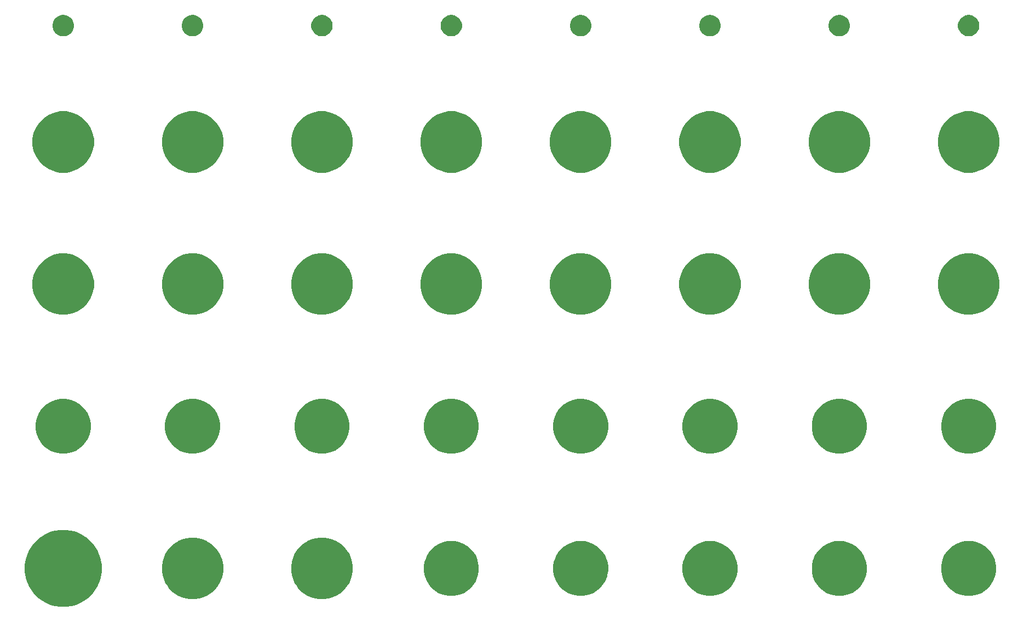
<source format=gbr>
G04 #@! TF.GenerationSoftware,KiCad,Pcbnew,5.0.2+dfsg1-1~bpo9+1*
G04 #@! TF.CreationDate,2019-09-09T21:32:31+02:00*
G04 #@! TF.ProjectId,frontpanel,66726f6e-7470-4616-9e65-6c2e6b696361,rev?*
G04 #@! TF.SameCoordinates,Original*
G04 #@! TF.FileFunction,Soldermask,Top*
G04 #@! TF.FilePolarity,Negative*
%FSLAX46Y46*%
G04 Gerber Fmt 4.6, Leading zero omitted, Abs format (unit mm)*
G04 Created by KiCad (PCBNEW 5.0.2+dfsg1-1~bpo9+1) date Mon 09 Sep 2019 09:32:31 PM CEST*
%MOMM*%
%LPD*%
G01*
G04 APERTURE LIST*
%ADD10C,0.100000*%
G04 APERTURE END LIST*
D10*
G36*
X82323840Y-123321693D02*
X82323842Y-123321694D01*
X82323843Y-123321694D01*
X82723906Y-123487406D01*
X83406856Y-123770293D01*
X84381544Y-124421559D01*
X85210441Y-125250456D01*
X85861707Y-126225144D01*
X86310307Y-127308160D01*
X86539000Y-128457876D01*
X86539000Y-129630124D01*
X86310307Y-130779840D01*
X85861707Y-131862856D01*
X85210441Y-132837544D01*
X84381544Y-133666441D01*
X83406856Y-134317707D01*
X82723906Y-134600594D01*
X82323843Y-134766306D01*
X82323842Y-134766306D01*
X82323840Y-134766307D01*
X81174124Y-134995000D01*
X80001876Y-134995000D01*
X78852160Y-134766307D01*
X78852158Y-134766306D01*
X78852157Y-134766306D01*
X78452094Y-134600594D01*
X77769144Y-134317707D01*
X76794456Y-133666441D01*
X75965559Y-132837544D01*
X75314293Y-131862856D01*
X74865693Y-130779840D01*
X74637000Y-129630124D01*
X74637000Y-128457876D01*
X74865693Y-127308160D01*
X75314293Y-126225144D01*
X75965559Y-125250456D01*
X76794456Y-124421559D01*
X77769144Y-123770293D01*
X78452094Y-123487406D01*
X78852157Y-123321694D01*
X78852158Y-123321694D01*
X78852160Y-123321693D01*
X80001876Y-123093000D01*
X81174124Y-123093000D01*
X82323840Y-123321693D01*
X82323840Y-123321693D01*
G37*
G36*
X121514874Y-124384289D02*
X121973816Y-124475578D01*
X122838442Y-124833718D01*
X123021993Y-124956363D01*
X123616589Y-125353659D01*
X124278341Y-126015411D01*
X124278343Y-126015414D01*
X124798282Y-126793558D01*
X125156422Y-127658184D01*
X125247711Y-128117126D01*
X125339000Y-128576066D01*
X125339000Y-129511934D01*
X125156422Y-130429816D01*
X124798282Y-131294442D01*
X124491312Y-131753855D01*
X124278341Y-132072589D01*
X123616589Y-132734341D01*
X123616586Y-132734343D01*
X122838442Y-133254282D01*
X121973816Y-133612422D01*
X121514874Y-133703711D01*
X121055934Y-133795000D01*
X120120066Y-133795000D01*
X119661126Y-133703711D01*
X119202184Y-133612422D01*
X118337558Y-133254282D01*
X117559414Y-132734343D01*
X117559411Y-132734341D01*
X116897659Y-132072589D01*
X116684688Y-131753855D01*
X116377718Y-131294442D01*
X116019578Y-130429816D01*
X115928289Y-129970874D01*
X115837000Y-129511934D01*
X115837000Y-128576066D01*
X115928289Y-128117126D01*
X116019578Y-127658184D01*
X116377718Y-126793558D01*
X116897657Y-126015414D01*
X116897659Y-126015411D01*
X117559411Y-125353659D01*
X118154007Y-124956363D01*
X118337558Y-124833718D01*
X119202184Y-124475578D01*
X119661126Y-124384289D01*
X120120066Y-124293000D01*
X121055934Y-124293000D01*
X121514874Y-124384289D01*
X121514874Y-124384289D01*
G37*
G36*
X101514874Y-124384289D02*
X101973816Y-124475578D01*
X102838442Y-124833718D01*
X103021993Y-124956363D01*
X103616589Y-125353659D01*
X104278341Y-126015411D01*
X104278343Y-126015414D01*
X104798282Y-126793558D01*
X105156422Y-127658184D01*
X105247711Y-128117126D01*
X105339000Y-128576066D01*
X105339000Y-129511934D01*
X105247711Y-129970874D01*
X105156422Y-130429816D01*
X104798282Y-131294442D01*
X104491312Y-131753855D01*
X104278341Y-132072589D01*
X103616589Y-132734341D01*
X103616586Y-132734343D01*
X102838442Y-133254282D01*
X101973816Y-133612422D01*
X101514874Y-133703711D01*
X101055934Y-133795000D01*
X100120066Y-133795000D01*
X99661126Y-133703711D01*
X99202184Y-133612422D01*
X98337558Y-133254282D01*
X97559414Y-132734343D01*
X97559411Y-132734341D01*
X96897659Y-132072589D01*
X96684688Y-131753855D01*
X96377718Y-131294442D01*
X96019578Y-130429816D01*
X95928289Y-129970874D01*
X95837000Y-129511934D01*
X95837000Y-128576066D01*
X95928289Y-128117126D01*
X96019578Y-127658184D01*
X96377718Y-126793558D01*
X96897657Y-126015414D01*
X96897659Y-126015411D01*
X97559411Y-125353659D01*
X98154007Y-124956363D01*
X98337558Y-124833718D01*
X99202184Y-124475578D01*
X99661126Y-124384289D01*
X100120066Y-124293000D01*
X101055934Y-124293000D01*
X101514874Y-124384289D01*
X101514874Y-124384289D01*
G37*
G36*
X161211391Y-124833718D02*
X161827971Y-124956363D01*
X162601604Y-125276812D01*
X163295501Y-125740460D01*
X163297858Y-125742035D01*
X163889965Y-126334142D01*
X163889967Y-126334145D01*
X164355188Y-127030396D01*
X164615226Y-127658184D01*
X164675637Y-127804030D01*
X164839000Y-128625312D01*
X164839000Y-129462688D01*
X164829204Y-129511934D01*
X164675637Y-130283971D01*
X164355188Y-131057604D01*
X163891540Y-131751501D01*
X163889965Y-131753858D01*
X163297858Y-132345965D01*
X163297855Y-132345967D01*
X162601604Y-132811188D01*
X161827971Y-133131637D01*
X161417329Y-133213318D01*
X161006688Y-133295000D01*
X160169312Y-133295000D01*
X159758671Y-133213318D01*
X159348029Y-133131637D01*
X158574396Y-132811188D01*
X157878145Y-132345967D01*
X157878142Y-132345965D01*
X157286035Y-131753858D01*
X157284460Y-131751501D01*
X156820812Y-131057604D01*
X156500363Y-130283971D01*
X156346796Y-129511934D01*
X156337000Y-129462688D01*
X156337000Y-128625312D01*
X156500363Y-127804030D01*
X156560774Y-127658184D01*
X156820812Y-127030396D01*
X157286033Y-126334145D01*
X157286035Y-126334142D01*
X157878142Y-125742035D01*
X157880499Y-125740460D01*
X158574396Y-125276812D01*
X159348029Y-124956363D01*
X159964609Y-124833718D01*
X160169312Y-124793000D01*
X161006688Y-124793000D01*
X161211391Y-124833718D01*
X161211391Y-124833718D01*
G37*
G36*
X221211391Y-124833718D02*
X221827971Y-124956363D01*
X222601604Y-125276812D01*
X223295501Y-125740460D01*
X223297858Y-125742035D01*
X223889965Y-126334142D01*
X223889967Y-126334145D01*
X224355188Y-127030396D01*
X224615226Y-127658184D01*
X224675637Y-127804030D01*
X224839000Y-128625312D01*
X224839000Y-129462688D01*
X224829204Y-129511934D01*
X224675637Y-130283971D01*
X224355188Y-131057604D01*
X223891540Y-131751501D01*
X223889965Y-131753858D01*
X223297858Y-132345965D01*
X223297855Y-132345967D01*
X222601604Y-132811188D01*
X221827971Y-133131637D01*
X221417329Y-133213318D01*
X221006688Y-133295000D01*
X220169312Y-133295000D01*
X219758671Y-133213318D01*
X219348029Y-133131637D01*
X218574396Y-132811188D01*
X217878145Y-132345967D01*
X217878142Y-132345965D01*
X217286035Y-131753858D01*
X217284460Y-131751501D01*
X216820812Y-131057604D01*
X216500363Y-130283971D01*
X216346796Y-129511934D01*
X216337000Y-129462688D01*
X216337000Y-128625312D01*
X216500363Y-127804030D01*
X216560774Y-127658184D01*
X216820812Y-127030396D01*
X217286033Y-126334145D01*
X217286035Y-126334142D01*
X217878142Y-125742035D01*
X217880499Y-125740460D01*
X218574396Y-125276812D01*
X219348029Y-124956363D01*
X219964609Y-124833718D01*
X220169312Y-124793000D01*
X221006688Y-124793000D01*
X221211391Y-124833718D01*
X221211391Y-124833718D01*
G37*
G36*
X201211391Y-124833718D02*
X201827971Y-124956363D01*
X202601604Y-125276812D01*
X203295501Y-125740460D01*
X203297858Y-125742035D01*
X203889965Y-126334142D01*
X203889967Y-126334145D01*
X204355188Y-127030396D01*
X204615226Y-127658184D01*
X204675637Y-127804030D01*
X204839000Y-128625312D01*
X204839000Y-129462688D01*
X204829204Y-129511934D01*
X204675637Y-130283971D01*
X204355188Y-131057604D01*
X203891540Y-131751501D01*
X203889965Y-131753858D01*
X203297858Y-132345965D01*
X203297855Y-132345967D01*
X202601604Y-132811188D01*
X201827971Y-133131637D01*
X201417329Y-133213318D01*
X201006688Y-133295000D01*
X200169312Y-133295000D01*
X199758671Y-133213318D01*
X199348029Y-133131637D01*
X198574396Y-132811188D01*
X197878145Y-132345967D01*
X197878142Y-132345965D01*
X197286035Y-131753858D01*
X197284460Y-131751501D01*
X196820812Y-131057604D01*
X196500363Y-130283971D01*
X196346796Y-129511934D01*
X196337000Y-129462688D01*
X196337000Y-128625312D01*
X196500363Y-127804030D01*
X196560774Y-127658184D01*
X196820812Y-127030396D01*
X197286033Y-126334145D01*
X197286035Y-126334142D01*
X197878142Y-125742035D01*
X197880499Y-125740460D01*
X198574396Y-125276812D01*
X199348029Y-124956363D01*
X199964609Y-124833718D01*
X200169312Y-124793000D01*
X201006688Y-124793000D01*
X201211391Y-124833718D01*
X201211391Y-124833718D01*
G37*
G36*
X141211391Y-124833718D02*
X141827971Y-124956363D01*
X142601604Y-125276812D01*
X143295501Y-125740460D01*
X143297858Y-125742035D01*
X143889965Y-126334142D01*
X143889967Y-126334145D01*
X144355188Y-127030396D01*
X144615226Y-127658184D01*
X144675637Y-127804030D01*
X144839000Y-128625312D01*
X144839000Y-129462688D01*
X144829204Y-129511934D01*
X144675637Y-130283971D01*
X144355188Y-131057604D01*
X143891540Y-131751501D01*
X143889965Y-131753858D01*
X143297858Y-132345965D01*
X143297855Y-132345967D01*
X142601604Y-132811188D01*
X141827971Y-133131637D01*
X141417329Y-133213318D01*
X141006688Y-133295000D01*
X140169312Y-133295000D01*
X139758671Y-133213318D01*
X139348029Y-133131637D01*
X138574396Y-132811188D01*
X137878145Y-132345967D01*
X137878142Y-132345965D01*
X137286035Y-131753858D01*
X137284460Y-131751501D01*
X136820812Y-131057604D01*
X136500363Y-130283971D01*
X136346796Y-129511934D01*
X136337000Y-129462688D01*
X136337000Y-128625312D01*
X136500363Y-127804030D01*
X136560774Y-127658184D01*
X136820812Y-127030396D01*
X137286033Y-126334145D01*
X137286035Y-126334142D01*
X137878142Y-125742035D01*
X137880499Y-125740460D01*
X138574396Y-125276812D01*
X139348029Y-124956363D01*
X139964609Y-124833718D01*
X140169312Y-124793000D01*
X141006688Y-124793000D01*
X141211391Y-124833718D01*
X141211391Y-124833718D01*
G37*
G36*
X181211391Y-124833718D02*
X181827971Y-124956363D01*
X182601604Y-125276812D01*
X183295501Y-125740460D01*
X183297858Y-125742035D01*
X183889965Y-126334142D01*
X183889967Y-126334145D01*
X184355188Y-127030396D01*
X184615226Y-127658184D01*
X184675637Y-127804030D01*
X184839000Y-128625312D01*
X184839000Y-129462688D01*
X184829204Y-129511934D01*
X184675637Y-130283971D01*
X184355188Y-131057604D01*
X183891540Y-131751501D01*
X183889965Y-131753858D01*
X183297858Y-132345965D01*
X183297855Y-132345967D01*
X182601604Y-132811188D01*
X181827971Y-133131637D01*
X181417329Y-133213318D01*
X181006688Y-133295000D01*
X180169312Y-133295000D01*
X179758671Y-133213318D01*
X179348029Y-133131637D01*
X178574396Y-132811188D01*
X177878145Y-132345967D01*
X177878142Y-132345965D01*
X177286035Y-131753858D01*
X177284460Y-131751501D01*
X176820812Y-131057604D01*
X176500363Y-130283971D01*
X176346796Y-129511934D01*
X176337000Y-129462688D01*
X176337000Y-128625312D01*
X176500363Y-127804030D01*
X176560774Y-127658184D01*
X176820812Y-127030396D01*
X177286033Y-126334145D01*
X177286035Y-126334142D01*
X177878142Y-125742035D01*
X177880499Y-125740460D01*
X178574396Y-125276812D01*
X179348029Y-124956363D01*
X179964609Y-124833718D01*
X180169312Y-124793000D01*
X181006688Y-124793000D01*
X181211391Y-124833718D01*
X181211391Y-124833718D01*
G37*
G36*
X181417329Y-102874681D02*
X181827971Y-102956363D01*
X182601604Y-103276812D01*
X183295501Y-103740460D01*
X183297858Y-103742035D01*
X183889965Y-104334142D01*
X183889967Y-104334145D01*
X184355188Y-105030396D01*
X184675637Y-105804029D01*
X184839000Y-106625313D01*
X184839000Y-107462687D01*
X184675637Y-108283971D01*
X184355188Y-109057604D01*
X183891540Y-109751501D01*
X183889965Y-109753858D01*
X183297858Y-110345965D01*
X183297855Y-110345967D01*
X182601604Y-110811188D01*
X181827971Y-111131637D01*
X181417329Y-111213318D01*
X181006688Y-111295000D01*
X180169312Y-111295000D01*
X179758671Y-111213318D01*
X179348029Y-111131637D01*
X178574396Y-110811188D01*
X177878145Y-110345967D01*
X177878142Y-110345965D01*
X177286035Y-109753858D01*
X177284460Y-109751501D01*
X176820812Y-109057604D01*
X176500363Y-108283971D01*
X176337000Y-107462687D01*
X176337000Y-106625313D01*
X176500363Y-105804029D01*
X176820812Y-105030396D01*
X177286033Y-104334145D01*
X177286035Y-104334142D01*
X177878142Y-103742035D01*
X177880499Y-103740460D01*
X178574396Y-103276812D01*
X179348029Y-102956363D01*
X179758671Y-102874682D01*
X180169312Y-102793000D01*
X181006688Y-102793000D01*
X181417329Y-102874681D01*
X181417329Y-102874681D01*
G37*
G36*
X101417329Y-102874681D02*
X101827971Y-102956363D01*
X102601604Y-103276812D01*
X103295501Y-103740460D01*
X103297858Y-103742035D01*
X103889965Y-104334142D01*
X103889967Y-104334145D01*
X104355188Y-105030396D01*
X104675637Y-105804029D01*
X104839000Y-106625313D01*
X104839000Y-107462687D01*
X104675637Y-108283971D01*
X104355188Y-109057604D01*
X103891540Y-109751501D01*
X103889965Y-109753858D01*
X103297858Y-110345965D01*
X103297855Y-110345967D01*
X102601604Y-110811188D01*
X101827971Y-111131637D01*
X101417329Y-111213318D01*
X101006688Y-111295000D01*
X100169312Y-111295000D01*
X99758671Y-111213318D01*
X99348029Y-111131637D01*
X98574396Y-110811188D01*
X97878145Y-110345967D01*
X97878142Y-110345965D01*
X97286035Y-109753858D01*
X97284460Y-109751501D01*
X96820812Y-109057604D01*
X96500363Y-108283971D01*
X96337000Y-107462687D01*
X96337000Y-106625313D01*
X96500363Y-105804029D01*
X96820812Y-105030396D01*
X97286033Y-104334145D01*
X97286035Y-104334142D01*
X97878142Y-103742035D01*
X97880499Y-103740460D01*
X98574396Y-103276812D01*
X99348029Y-102956363D01*
X99758671Y-102874682D01*
X100169312Y-102793000D01*
X101006688Y-102793000D01*
X101417329Y-102874681D01*
X101417329Y-102874681D01*
G37*
G36*
X121417329Y-102874681D02*
X121827971Y-102956363D01*
X122601604Y-103276812D01*
X123295501Y-103740460D01*
X123297858Y-103742035D01*
X123889965Y-104334142D01*
X123889967Y-104334145D01*
X124355188Y-105030396D01*
X124675637Y-105804029D01*
X124839000Y-106625313D01*
X124839000Y-107462687D01*
X124675637Y-108283971D01*
X124355188Y-109057604D01*
X123891540Y-109751501D01*
X123889965Y-109753858D01*
X123297858Y-110345965D01*
X123297855Y-110345967D01*
X122601604Y-110811188D01*
X121827971Y-111131637D01*
X121417329Y-111213318D01*
X121006688Y-111295000D01*
X120169312Y-111295000D01*
X119758671Y-111213318D01*
X119348029Y-111131637D01*
X118574396Y-110811188D01*
X117878145Y-110345967D01*
X117878142Y-110345965D01*
X117286035Y-109753858D01*
X117284460Y-109751501D01*
X116820812Y-109057604D01*
X116500363Y-108283971D01*
X116337000Y-107462687D01*
X116337000Y-106625313D01*
X116500363Y-105804029D01*
X116820812Y-105030396D01*
X117286033Y-104334145D01*
X117286035Y-104334142D01*
X117878142Y-103742035D01*
X117880499Y-103740460D01*
X118574396Y-103276812D01*
X119348029Y-102956363D01*
X119758671Y-102874682D01*
X120169312Y-102793000D01*
X121006688Y-102793000D01*
X121417329Y-102874681D01*
X121417329Y-102874681D01*
G37*
G36*
X141417329Y-102874681D02*
X141827971Y-102956363D01*
X142601604Y-103276812D01*
X143295501Y-103740460D01*
X143297858Y-103742035D01*
X143889965Y-104334142D01*
X143889967Y-104334145D01*
X144355188Y-105030396D01*
X144675637Y-105804029D01*
X144839000Y-106625313D01*
X144839000Y-107462687D01*
X144675637Y-108283971D01*
X144355188Y-109057604D01*
X143891540Y-109751501D01*
X143889965Y-109753858D01*
X143297858Y-110345965D01*
X143297855Y-110345967D01*
X142601604Y-110811188D01*
X141827971Y-111131637D01*
X141417329Y-111213318D01*
X141006688Y-111295000D01*
X140169312Y-111295000D01*
X139758671Y-111213318D01*
X139348029Y-111131637D01*
X138574396Y-110811188D01*
X137878145Y-110345967D01*
X137878142Y-110345965D01*
X137286035Y-109753858D01*
X137284460Y-109751501D01*
X136820812Y-109057604D01*
X136500363Y-108283971D01*
X136337000Y-107462687D01*
X136337000Y-106625313D01*
X136500363Y-105804029D01*
X136820812Y-105030396D01*
X137286033Y-104334145D01*
X137286035Y-104334142D01*
X137878142Y-103742035D01*
X137880499Y-103740460D01*
X138574396Y-103276812D01*
X139348029Y-102956363D01*
X139758671Y-102874682D01*
X140169312Y-102793000D01*
X141006688Y-102793000D01*
X141417329Y-102874681D01*
X141417329Y-102874681D01*
G37*
G36*
X161417329Y-102874681D02*
X161827971Y-102956363D01*
X162601604Y-103276812D01*
X163295501Y-103740460D01*
X163297858Y-103742035D01*
X163889965Y-104334142D01*
X163889967Y-104334145D01*
X164355188Y-105030396D01*
X164675637Y-105804029D01*
X164839000Y-106625313D01*
X164839000Y-107462687D01*
X164675637Y-108283971D01*
X164355188Y-109057604D01*
X163891540Y-109751501D01*
X163889965Y-109753858D01*
X163297858Y-110345965D01*
X163297855Y-110345967D01*
X162601604Y-110811188D01*
X161827971Y-111131637D01*
X161417329Y-111213318D01*
X161006688Y-111295000D01*
X160169312Y-111295000D01*
X159758671Y-111213318D01*
X159348029Y-111131637D01*
X158574396Y-110811188D01*
X157878145Y-110345967D01*
X157878142Y-110345965D01*
X157286035Y-109753858D01*
X157284460Y-109751501D01*
X156820812Y-109057604D01*
X156500363Y-108283971D01*
X156337000Y-107462687D01*
X156337000Y-106625313D01*
X156500363Y-105804029D01*
X156820812Y-105030396D01*
X157286033Y-104334145D01*
X157286035Y-104334142D01*
X157878142Y-103742035D01*
X157880499Y-103740460D01*
X158574396Y-103276812D01*
X159348029Y-102956363D01*
X159758671Y-102874682D01*
X160169312Y-102793000D01*
X161006688Y-102793000D01*
X161417329Y-102874681D01*
X161417329Y-102874681D01*
G37*
G36*
X201417329Y-102874681D02*
X201827971Y-102956363D01*
X202601604Y-103276812D01*
X203295501Y-103740460D01*
X203297858Y-103742035D01*
X203889965Y-104334142D01*
X203889967Y-104334145D01*
X204355188Y-105030396D01*
X204675637Y-105804029D01*
X204839000Y-106625313D01*
X204839000Y-107462687D01*
X204675637Y-108283971D01*
X204355188Y-109057604D01*
X203891540Y-109751501D01*
X203889965Y-109753858D01*
X203297858Y-110345965D01*
X203297855Y-110345967D01*
X202601604Y-110811188D01*
X201827971Y-111131637D01*
X201417329Y-111213318D01*
X201006688Y-111295000D01*
X200169312Y-111295000D01*
X199758671Y-111213318D01*
X199348029Y-111131637D01*
X198574396Y-110811188D01*
X197878145Y-110345967D01*
X197878142Y-110345965D01*
X197286035Y-109753858D01*
X197284460Y-109751501D01*
X196820812Y-109057604D01*
X196500363Y-108283971D01*
X196337000Y-107462687D01*
X196337000Y-106625313D01*
X196500363Y-105804029D01*
X196820812Y-105030396D01*
X197286033Y-104334145D01*
X197286035Y-104334142D01*
X197878142Y-103742035D01*
X197880499Y-103740460D01*
X198574396Y-103276812D01*
X199348029Y-102956363D01*
X199758671Y-102874682D01*
X200169312Y-102793000D01*
X201006688Y-102793000D01*
X201417329Y-102874681D01*
X201417329Y-102874681D01*
G37*
G36*
X81417329Y-102874681D02*
X81827971Y-102956363D01*
X82601604Y-103276812D01*
X83295501Y-103740460D01*
X83297858Y-103742035D01*
X83889965Y-104334142D01*
X83889967Y-104334145D01*
X84355188Y-105030396D01*
X84675637Y-105804029D01*
X84839000Y-106625313D01*
X84839000Y-107462687D01*
X84675637Y-108283971D01*
X84355188Y-109057604D01*
X83891540Y-109751501D01*
X83889965Y-109753858D01*
X83297858Y-110345965D01*
X83297855Y-110345967D01*
X82601604Y-110811188D01*
X81827971Y-111131637D01*
X81417329Y-111213318D01*
X81006688Y-111295000D01*
X80169312Y-111295000D01*
X79758671Y-111213318D01*
X79348029Y-111131637D01*
X78574396Y-110811188D01*
X77878145Y-110345967D01*
X77878142Y-110345965D01*
X77286035Y-109753858D01*
X77284460Y-109751501D01*
X76820812Y-109057604D01*
X76500363Y-108283971D01*
X76337000Y-107462687D01*
X76337000Y-106625313D01*
X76500363Y-105804029D01*
X76820812Y-105030396D01*
X77286033Y-104334145D01*
X77286035Y-104334142D01*
X77878142Y-103742035D01*
X77880499Y-103740460D01*
X78574396Y-103276812D01*
X79348029Y-102956363D01*
X79758671Y-102874682D01*
X80169312Y-102793000D01*
X81006688Y-102793000D01*
X81417329Y-102874681D01*
X81417329Y-102874681D01*
G37*
G36*
X221417329Y-102874681D02*
X221827971Y-102956363D01*
X222601604Y-103276812D01*
X223295501Y-103740460D01*
X223297858Y-103742035D01*
X223889965Y-104334142D01*
X223889967Y-104334145D01*
X224355188Y-105030396D01*
X224675637Y-105804029D01*
X224839000Y-106625313D01*
X224839000Y-107462687D01*
X224675637Y-108283971D01*
X224355188Y-109057604D01*
X223891540Y-109751501D01*
X223889965Y-109753858D01*
X223297858Y-110345965D01*
X223297855Y-110345967D01*
X222601604Y-110811188D01*
X221827971Y-111131637D01*
X221417329Y-111213318D01*
X221006688Y-111295000D01*
X220169312Y-111295000D01*
X219758671Y-111213318D01*
X219348029Y-111131637D01*
X218574396Y-110811188D01*
X217878145Y-110345967D01*
X217878142Y-110345965D01*
X217286035Y-109753858D01*
X217284460Y-109751501D01*
X216820812Y-109057604D01*
X216500363Y-108283971D01*
X216337000Y-107462687D01*
X216337000Y-106625313D01*
X216500363Y-105804029D01*
X216820812Y-105030396D01*
X217286033Y-104334145D01*
X217286035Y-104334142D01*
X217878142Y-103742035D01*
X217880499Y-103740460D01*
X218574396Y-103276812D01*
X219348029Y-102956363D01*
X219758671Y-102874682D01*
X220169312Y-102793000D01*
X221006688Y-102793000D01*
X221417329Y-102874681D01*
X221417329Y-102874681D01*
G37*
G36*
X81514874Y-80384289D02*
X81973816Y-80475578D01*
X82838442Y-80833718D01*
X83611343Y-81350154D01*
X83616589Y-81353659D01*
X84278341Y-82015411D01*
X84278343Y-82015414D01*
X84798282Y-82793558D01*
X85156422Y-83658184D01*
X85339000Y-84576067D01*
X85339000Y-85511933D01*
X85156422Y-86429816D01*
X84798282Y-87294442D01*
X84281846Y-88067343D01*
X84278341Y-88072589D01*
X83616589Y-88734341D01*
X83616586Y-88734343D01*
X82838442Y-89254282D01*
X81973816Y-89612422D01*
X81055934Y-89795000D01*
X80120066Y-89795000D01*
X79202184Y-89612422D01*
X78337558Y-89254282D01*
X77559414Y-88734343D01*
X77559411Y-88734341D01*
X76897659Y-88072589D01*
X76894154Y-88067343D01*
X76377718Y-87294442D01*
X76019578Y-86429816D01*
X75837000Y-85511933D01*
X75837000Y-84576067D01*
X76019578Y-83658184D01*
X76377718Y-82793558D01*
X76897657Y-82015414D01*
X76897659Y-82015411D01*
X77559411Y-81353659D01*
X77564657Y-81350154D01*
X78337558Y-80833718D01*
X79202184Y-80475578D01*
X79661126Y-80384289D01*
X80120066Y-80293000D01*
X81055934Y-80293000D01*
X81514874Y-80384289D01*
X81514874Y-80384289D01*
G37*
G36*
X101514874Y-80384289D02*
X101973816Y-80475578D01*
X102838442Y-80833718D01*
X103611343Y-81350154D01*
X103616589Y-81353659D01*
X104278341Y-82015411D01*
X104278343Y-82015414D01*
X104798282Y-82793558D01*
X105156422Y-83658184D01*
X105339000Y-84576067D01*
X105339000Y-85511933D01*
X105156422Y-86429816D01*
X104798282Y-87294442D01*
X104281846Y-88067343D01*
X104278341Y-88072589D01*
X103616589Y-88734341D01*
X103616586Y-88734343D01*
X102838442Y-89254282D01*
X101973816Y-89612422D01*
X101055934Y-89795000D01*
X100120066Y-89795000D01*
X99202184Y-89612422D01*
X98337558Y-89254282D01*
X97559414Y-88734343D01*
X97559411Y-88734341D01*
X96897659Y-88072589D01*
X96894154Y-88067343D01*
X96377718Y-87294442D01*
X96019578Y-86429816D01*
X95837000Y-85511933D01*
X95837000Y-84576067D01*
X96019578Y-83658184D01*
X96377718Y-82793558D01*
X96897657Y-82015414D01*
X96897659Y-82015411D01*
X97559411Y-81353659D01*
X97564657Y-81350154D01*
X98337558Y-80833718D01*
X99202184Y-80475578D01*
X99661126Y-80384289D01*
X100120066Y-80293000D01*
X101055934Y-80293000D01*
X101514874Y-80384289D01*
X101514874Y-80384289D01*
G37*
G36*
X121514874Y-80384289D02*
X121973816Y-80475578D01*
X122838442Y-80833718D01*
X123611343Y-81350154D01*
X123616589Y-81353659D01*
X124278341Y-82015411D01*
X124278343Y-82015414D01*
X124798282Y-82793558D01*
X125156422Y-83658184D01*
X125339000Y-84576067D01*
X125339000Y-85511933D01*
X125156422Y-86429816D01*
X124798282Y-87294442D01*
X124281846Y-88067343D01*
X124278341Y-88072589D01*
X123616589Y-88734341D01*
X123616586Y-88734343D01*
X122838442Y-89254282D01*
X121973816Y-89612422D01*
X121055934Y-89795000D01*
X120120066Y-89795000D01*
X119202184Y-89612422D01*
X118337558Y-89254282D01*
X117559414Y-88734343D01*
X117559411Y-88734341D01*
X116897659Y-88072589D01*
X116894154Y-88067343D01*
X116377718Y-87294442D01*
X116019578Y-86429816D01*
X115837000Y-85511933D01*
X115837000Y-84576067D01*
X116019578Y-83658184D01*
X116377718Y-82793558D01*
X116897657Y-82015414D01*
X116897659Y-82015411D01*
X117559411Y-81353659D01*
X117564657Y-81350154D01*
X118337558Y-80833718D01*
X119202184Y-80475578D01*
X119661126Y-80384289D01*
X120120066Y-80293000D01*
X121055934Y-80293000D01*
X121514874Y-80384289D01*
X121514874Y-80384289D01*
G37*
G36*
X141514874Y-80384289D02*
X141973816Y-80475578D01*
X142838442Y-80833718D01*
X143611343Y-81350154D01*
X143616589Y-81353659D01*
X144278341Y-82015411D01*
X144278343Y-82015414D01*
X144798282Y-82793558D01*
X145156422Y-83658184D01*
X145339000Y-84576067D01*
X145339000Y-85511933D01*
X145156422Y-86429816D01*
X144798282Y-87294442D01*
X144281846Y-88067343D01*
X144278341Y-88072589D01*
X143616589Y-88734341D01*
X143616586Y-88734343D01*
X142838442Y-89254282D01*
X141973816Y-89612422D01*
X141055934Y-89795000D01*
X140120066Y-89795000D01*
X139202184Y-89612422D01*
X138337558Y-89254282D01*
X137559414Y-88734343D01*
X137559411Y-88734341D01*
X136897659Y-88072589D01*
X136894154Y-88067343D01*
X136377718Y-87294442D01*
X136019578Y-86429816D01*
X135837000Y-85511933D01*
X135837000Y-84576067D01*
X136019578Y-83658184D01*
X136377718Y-82793558D01*
X136897657Y-82015414D01*
X136897659Y-82015411D01*
X137559411Y-81353659D01*
X137564657Y-81350154D01*
X138337558Y-80833718D01*
X139202184Y-80475578D01*
X140120066Y-80293000D01*
X141055934Y-80293000D01*
X141514874Y-80384289D01*
X141514874Y-80384289D01*
G37*
G36*
X221514874Y-80384289D02*
X221973816Y-80475578D01*
X222838442Y-80833718D01*
X223611343Y-81350154D01*
X223616589Y-81353659D01*
X224278341Y-82015411D01*
X224278343Y-82015414D01*
X224798282Y-82793558D01*
X225156422Y-83658184D01*
X225339000Y-84576067D01*
X225339000Y-85511933D01*
X225156422Y-86429816D01*
X224798282Y-87294442D01*
X224281846Y-88067343D01*
X224278341Y-88072589D01*
X223616589Y-88734341D01*
X223616586Y-88734343D01*
X222838442Y-89254282D01*
X221973816Y-89612422D01*
X221055934Y-89795000D01*
X220120066Y-89795000D01*
X219202184Y-89612422D01*
X218337558Y-89254282D01*
X217559414Y-88734343D01*
X217559411Y-88734341D01*
X216897659Y-88072589D01*
X216894154Y-88067343D01*
X216377718Y-87294442D01*
X216019578Y-86429816D01*
X215837000Y-85511933D01*
X215837000Y-84576067D01*
X216019578Y-83658184D01*
X216377718Y-82793558D01*
X216897657Y-82015414D01*
X216897659Y-82015411D01*
X217559411Y-81353659D01*
X217564657Y-81350154D01*
X218337558Y-80833718D01*
X219202184Y-80475578D01*
X220120066Y-80293000D01*
X221055934Y-80293000D01*
X221514874Y-80384289D01*
X221514874Y-80384289D01*
G37*
G36*
X181514874Y-80384289D02*
X181973816Y-80475578D01*
X182838442Y-80833718D01*
X183611343Y-81350154D01*
X183616589Y-81353659D01*
X184278341Y-82015411D01*
X184278343Y-82015414D01*
X184798282Y-82793558D01*
X185156422Y-83658184D01*
X185339000Y-84576067D01*
X185339000Y-85511933D01*
X185156422Y-86429816D01*
X184798282Y-87294442D01*
X184281846Y-88067343D01*
X184278341Y-88072589D01*
X183616589Y-88734341D01*
X183616586Y-88734343D01*
X182838442Y-89254282D01*
X181973816Y-89612422D01*
X181055934Y-89795000D01*
X180120066Y-89795000D01*
X179202184Y-89612422D01*
X178337558Y-89254282D01*
X177559414Y-88734343D01*
X177559411Y-88734341D01*
X176897659Y-88072589D01*
X176894154Y-88067343D01*
X176377718Y-87294442D01*
X176019578Y-86429816D01*
X175837000Y-85511933D01*
X175837000Y-84576067D01*
X176019578Y-83658184D01*
X176377718Y-82793558D01*
X176897657Y-82015414D01*
X176897659Y-82015411D01*
X177559411Y-81353659D01*
X177564657Y-81350154D01*
X178337558Y-80833718D01*
X179202184Y-80475578D01*
X180120066Y-80293000D01*
X181055934Y-80293000D01*
X181514874Y-80384289D01*
X181514874Y-80384289D01*
G37*
G36*
X161514874Y-80384289D02*
X161973816Y-80475578D01*
X162838442Y-80833718D01*
X163611343Y-81350154D01*
X163616589Y-81353659D01*
X164278341Y-82015411D01*
X164278343Y-82015414D01*
X164798282Y-82793558D01*
X165156422Y-83658184D01*
X165339000Y-84576067D01*
X165339000Y-85511933D01*
X165156422Y-86429816D01*
X164798282Y-87294442D01*
X164281846Y-88067343D01*
X164278341Y-88072589D01*
X163616589Y-88734341D01*
X163616586Y-88734343D01*
X162838442Y-89254282D01*
X161973816Y-89612422D01*
X161055934Y-89795000D01*
X160120066Y-89795000D01*
X159202184Y-89612422D01*
X158337558Y-89254282D01*
X157559414Y-88734343D01*
X157559411Y-88734341D01*
X156897659Y-88072589D01*
X156894154Y-88067343D01*
X156377718Y-87294442D01*
X156019578Y-86429816D01*
X155837000Y-85511933D01*
X155837000Y-84576067D01*
X156019578Y-83658184D01*
X156377718Y-82793558D01*
X156897657Y-82015414D01*
X156897659Y-82015411D01*
X157559411Y-81353659D01*
X157564657Y-81350154D01*
X158337558Y-80833718D01*
X159202184Y-80475578D01*
X160120066Y-80293000D01*
X161055934Y-80293000D01*
X161514874Y-80384289D01*
X161514874Y-80384289D01*
G37*
G36*
X201514874Y-80384289D02*
X201973816Y-80475578D01*
X202838442Y-80833718D01*
X203611343Y-81350154D01*
X203616589Y-81353659D01*
X204278341Y-82015411D01*
X204278343Y-82015414D01*
X204798282Y-82793558D01*
X205156422Y-83658184D01*
X205339000Y-84576067D01*
X205339000Y-85511933D01*
X205156422Y-86429816D01*
X204798282Y-87294442D01*
X204281846Y-88067343D01*
X204278341Y-88072589D01*
X203616589Y-88734341D01*
X203616586Y-88734343D01*
X202838442Y-89254282D01*
X201973816Y-89612422D01*
X201055934Y-89795000D01*
X200120066Y-89795000D01*
X199202184Y-89612422D01*
X198337558Y-89254282D01*
X197559414Y-88734343D01*
X197559411Y-88734341D01*
X196897659Y-88072589D01*
X196894154Y-88067343D01*
X196377718Y-87294442D01*
X196019578Y-86429816D01*
X195837000Y-85511933D01*
X195837000Y-84576067D01*
X196019578Y-83658184D01*
X196377718Y-82793558D01*
X196897657Y-82015414D01*
X196897659Y-82015411D01*
X197559411Y-81353659D01*
X197564657Y-81350154D01*
X198337558Y-80833718D01*
X199202184Y-80475578D01*
X200120066Y-80293000D01*
X201055934Y-80293000D01*
X201514874Y-80384289D01*
X201514874Y-80384289D01*
G37*
G36*
X201973816Y-58475578D02*
X202838442Y-58833718D01*
X203611343Y-59350154D01*
X203616589Y-59353659D01*
X204278341Y-60015411D01*
X204278343Y-60015414D01*
X204798282Y-60793558D01*
X205156422Y-61658184D01*
X205339000Y-62576067D01*
X205339000Y-63511933D01*
X205156422Y-64429816D01*
X204798282Y-65294442D01*
X204281846Y-66067343D01*
X204278341Y-66072589D01*
X203616589Y-66734341D01*
X203616586Y-66734343D01*
X202838442Y-67254282D01*
X201973816Y-67612422D01*
X201514874Y-67703711D01*
X201055934Y-67795000D01*
X200120066Y-67795000D01*
X199661126Y-67703711D01*
X199202184Y-67612422D01*
X198337558Y-67254282D01*
X197559414Y-66734343D01*
X197559411Y-66734341D01*
X196897659Y-66072589D01*
X196894154Y-66067343D01*
X196377718Y-65294442D01*
X196019578Y-64429816D01*
X195837000Y-63511933D01*
X195837000Y-62576067D01*
X196019578Y-61658184D01*
X196377718Y-60793558D01*
X196897657Y-60015414D01*
X196897659Y-60015411D01*
X197559411Y-59353659D01*
X197564657Y-59350154D01*
X198337558Y-58833718D01*
X199202184Y-58475578D01*
X200120066Y-58293000D01*
X201055934Y-58293000D01*
X201973816Y-58475578D01*
X201973816Y-58475578D01*
G37*
G36*
X221973816Y-58475578D02*
X222838442Y-58833718D01*
X223611343Y-59350154D01*
X223616589Y-59353659D01*
X224278341Y-60015411D01*
X224278343Y-60015414D01*
X224798282Y-60793558D01*
X225156422Y-61658184D01*
X225339000Y-62576067D01*
X225339000Y-63511933D01*
X225156422Y-64429816D01*
X224798282Y-65294442D01*
X224281846Y-66067343D01*
X224278341Y-66072589D01*
X223616589Y-66734341D01*
X223616586Y-66734343D01*
X222838442Y-67254282D01*
X221973816Y-67612422D01*
X221514874Y-67703711D01*
X221055934Y-67795000D01*
X220120066Y-67795000D01*
X219661126Y-67703711D01*
X219202184Y-67612422D01*
X218337558Y-67254282D01*
X217559414Y-66734343D01*
X217559411Y-66734341D01*
X216897659Y-66072589D01*
X216894154Y-66067343D01*
X216377718Y-65294442D01*
X216019578Y-64429816D01*
X215837000Y-63511933D01*
X215837000Y-62576067D01*
X216019578Y-61658184D01*
X216377718Y-60793558D01*
X216897657Y-60015414D01*
X216897659Y-60015411D01*
X217559411Y-59353659D01*
X217564657Y-59350154D01*
X218337558Y-58833718D01*
X219202184Y-58475578D01*
X220120066Y-58293000D01*
X221055934Y-58293000D01*
X221973816Y-58475578D01*
X221973816Y-58475578D01*
G37*
G36*
X181973816Y-58475578D02*
X182838442Y-58833718D01*
X183611343Y-59350154D01*
X183616589Y-59353659D01*
X184278341Y-60015411D01*
X184278343Y-60015414D01*
X184798282Y-60793558D01*
X185156422Y-61658184D01*
X185339000Y-62576067D01*
X185339000Y-63511933D01*
X185156422Y-64429816D01*
X184798282Y-65294442D01*
X184281846Y-66067343D01*
X184278341Y-66072589D01*
X183616589Y-66734341D01*
X183616586Y-66734343D01*
X182838442Y-67254282D01*
X181973816Y-67612422D01*
X181514874Y-67703711D01*
X181055934Y-67795000D01*
X180120066Y-67795000D01*
X179661126Y-67703711D01*
X179202184Y-67612422D01*
X178337558Y-67254282D01*
X177559414Y-66734343D01*
X177559411Y-66734341D01*
X176897659Y-66072589D01*
X176894154Y-66067343D01*
X176377718Y-65294442D01*
X176019578Y-64429816D01*
X175837000Y-63511933D01*
X175837000Y-62576067D01*
X176019578Y-61658184D01*
X176377718Y-60793558D01*
X176897657Y-60015414D01*
X176897659Y-60015411D01*
X177559411Y-59353659D01*
X177564657Y-59350154D01*
X178337558Y-58833718D01*
X179202184Y-58475578D01*
X180120066Y-58293000D01*
X181055934Y-58293000D01*
X181973816Y-58475578D01*
X181973816Y-58475578D01*
G37*
G36*
X161973816Y-58475578D02*
X162838442Y-58833718D01*
X163611343Y-59350154D01*
X163616589Y-59353659D01*
X164278341Y-60015411D01*
X164278343Y-60015414D01*
X164798282Y-60793558D01*
X165156422Y-61658184D01*
X165339000Y-62576067D01*
X165339000Y-63511933D01*
X165156422Y-64429816D01*
X164798282Y-65294442D01*
X164281846Y-66067343D01*
X164278341Y-66072589D01*
X163616589Y-66734341D01*
X163616586Y-66734343D01*
X162838442Y-67254282D01*
X161973816Y-67612422D01*
X161514874Y-67703711D01*
X161055934Y-67795000D01*
X160120066Y-67795000D01*
X159661126Y-67703711D01*
X159202184Y-67612422D01*
X158337558Y-67254282D01*
X157559414Y-66734343D01*
X157559411Y-66734341D01*
X156897659Y-66072589D01*
X156894154Y-66067343D01*
X156377718Y-65294442D01*
X156019578Y-64429816D01*
X155837000Y-63511933D01*
X155837000Y-62576067D01*
X156019578Y-61658184D01*
X156377718Y-60793558D01*
X156897657Y-60015414D01*
X156897659Y-60015411D01*
X157559411Y-59353659D01*
X157564657Y-59350154D01*
X158337558Y-58833718D01*
X159202184Y-58475578D01*
X160120066Y-58293000D01*
X161055934Y-58293000D01*
X161973816Y-58475578D01*
X161973816Y-58475578D01*
G37*
G36*
X141973816Y-58475578D02*
X142838442Y-58833718D01*
X143611343Y-59350154D01*
X143616589Y-59353659D01*
X144278341Y-60015411D01*
X144278343Y-60015414D01*
X144798282Y-60793558D01*
X145156422Y-61658184D01*
X145339000Y-62576067D01*
X145339000Y-63511933D01*
X145156422Y-64429816D01*
X144798282Y-65294442D01*
X144281846Y-66067343D01*
X144278341Y-66072589D01*
X143616589Y-66734341D01*
X143616586Y-66734343D01*
X142838442Y-67254282D01*
X141973816Y-67612422D01*
X141514874Y-67703711D01*
X141055934Y-67795000D01*
X140120066Y-67795000D01*
X139661126Y-67703711D01*
X139202184Y-67612422D01*
X138337558Y-67254282D01*
X137559414Y-66734343D01*
X137559411Y-66734341D01*
X136897659Y-66072589D01*
X136894154Y-66067343D01*
X136377718Y-65294442D01*
X136019578Y-64429816D01*
X135837000Y-63511933D01*
X135837000Y-62576067D01*
X136019578Y-61658184D01*
X136377718Y-60793558D01*
X136897657Y-60015414D01*
X136897659Y-60015411D01*
X137559411Y-59353659D01*
X137564657Y-59350154D01*
X138337558Y-58833718D01*
X139202184Y-58475578D01*
X140120066Y-58293000D01*
X141055934Y-58293000D01*
X141973816Y-58475578D01*
X141973816Y-58475578D01*
G37*
G36*
X101973816Y-58475578D02*
X102838442Y-58833718D01*
X103611343Y-59350154D01*
X103616589Y-59353659D01*
X104278341Y-60015411D01*
X104278343Y-60015414D01*
X104798282Y-60793558D01*
X105156422Y-61658184D01*
X105339000Y-62576067D01*
X105339000Y-63511933D01*
X105156422Y-64429816D01*
X104798282Y-65294442D01*
X104281846Y-66067343D01*
X104278341Y-66072589D01*
X103616589Y-66734341D01*
X103616586Y-66734343D01*
X102838442Y-67254282D01*
X101973816Y-67612422D01*
X101514874Y-67703711D01*
X101055934Y-67795000D01*
X100120066Y-67795000D01*
X99661126Y-67703711D01*
X99202184Y-67612422D01*
X98337558Y-67254282D01*
X97559414Y-66734343D01*
X97559411Y-66734341D01*
X96897659Y-66072589D01*
X96894154Y-66067343D01*
X96377718Y-65294442D01*
X96019578Y-64429816D01*
X95837000Y-63511933D01*
X95837000Y-62576067D01*
X96019578Y-61658184D01*
X96377718Y-60793558D01*
X96897657Y-60015414D01*
X96897659Y-60015411D01*
X97559411Y-59353659D01*
X97564657Y-59350154D01*
X98337558Y-58833718D01*
X99202184Y-58475578D01*
X100120066Y-58293000D01*
X101055934Y-58293000D01*
X101973816Y-58475578D01*
X101973816Y-58475578D01*
G37*
G36*
X81973816Y-58475578D02*
X82838442Y-58833718D01*
X83611343Y-59350154D01*
X83616589Y-59353659D01*
X84278341Y-60015411D01*
X84278343Y-60015414D01*
X84798282Y-60793558D01*
X85156422Y-61658184D01*
X85339000Y-62576067D01*
X85339000Y-63511933D01*
X85156422Y-64429816D01*
X84798282Y-65294442D01*
X84281846Y-66067343D01*
X84278341Y-66072589D01*
X83616589Y-66734341D01*
X83616586Y-66734343D01*
X82838442Y-67254282D01*
X81973816Y-67612422D01*
X81514874Y-67703711D01*
X81055934Y-67795000D01*
X80120066Y-67795000D01*
X79661126Y-67703711D01*
X79202184Y-67612422D01*
X78337558Y-67254282D01*
X77559414Y-66734343D01*
X77559411Y-66734341D01*
X76897659Y-66072589D01*
X76894154Y-66067343D01*
X76377718Y-65294442D01*
X76019578Y-64429816D01*
X75837000Y-63511933D01*
X75837000Y-62576067D01*
X76019578Y-61658184D01*
X76377718Y-60793558D01*
X76897657Y-60015414D01*
X76897659Y-60015411D01*
X77559411Y-59353659D01*
X77564657Y-59350154D01*
X78337558Y-58833718D01*
X79202184Y-58475578D01*
X80120066Y-58293000D01*
X81055934Y-58293000D01*
X81973816Y-58475578D01*
X81973816Y-58475578D01*
G37*
G36*
X121973816Y-58475578D02*
X122838442Y-58833718D01*
X123611343Y-59350154D01*
X123616589Y-59353659D01*
X124278341Y-60015411D01*
X124278343Y-60015414D01*
X124798282Y-60793558D01*
X125156422Y-61658184D01*
X125339000Y-62576067D01*
X125339000Y-63511933D01*
X125156422Y-64429816D01*
X124798282Y-65294442D01*
X124281846Y-66067343D01*
X124278341Y-66072589D01*
X123616589Y-66734341D01*
X123616586Y-66734343D01*
X122838442Y-67254282D01*
X121973816Y-67612422D01*
X121514874Y-67703711D01*
X121055934Y-67795000D01*
X120120066Y-67795000D01*
X119661126Y-67703711D01*
X119202184Y-67612422D01*
X118337558Y-67254282D01*
X117559414Y-66734343D01*
X117559411Y-66734341D01*
X116897659Y-66072589D01*
X116894154Y-66067343D01*
X116377718Y-65294442D01*
X116019578Y-64429816D01*
X115837000Y-63511933D01*
X115837000Y-62576067D01*
X116019578Y-61658184D01*
X116377718Y-60793558D01*
X116897657Y-60015414D01*
X116897659Y-60015411D01*
X117559411Y-59353659D01*
X117564657Y-59350154D01*
X118337558Y-58833718D01*
X119202184Y-58475578D01*
X120120066Y-58293000D01*
X121055934Y-58293000D01*
X121973816Y-58475578D01*
X121973816Y-58475578D01*
G37*
G36*
X220963256Y-43435298D02*
X221069579Y-43456447D01*
X221370042Y-43580903D01*
X221636852Y-43759180D01*
X221640454Y-43761587D01*
X221870413Y-43991546D01*
X222051098Y-44261960D01*
X222175553Y-44562422D01*
X222239000Y-44881389D01*
X222239000Y-45206611D01*
X222175553Y-45525578D01*
X222051098Y-45826040D01*
X221870413Y-46096454D01*
X221640454Y-46326413D01*
X221640451Y-46326415D01*
X221370042Y-46507097D01*
X221069579Y-46631553D01*
X220963256Y-46652702D01*
X220750611Y-46695000D01*
X220425389Y-46695000D01*
X220212744Y-46652702D01*
X220106421Y-46631553D01*
X219805958Y-46507097D01*
X219535549Y-46326415D01*
X219535546Y-46326413D01*
X219305587Y-46096454D01*
X219124902Y-45826040D01*
X219000447Y-45525578D01*
X218937000Y-45206611D01*
X218937000Y-44881389D01*
X219000447Y-44562422D01*
X219124902Y-44261960D01*
X219305587Y-43991546D01*
X219535546Y-43761587D01*
X219539148Y-43759180D01*
X219805958Y-43580903D01*
X220106421Y-43456447D01*
X220212744Y-43435298D01*
X220425389Y-43393000D01*
X220750611Y-43393000D01*
X220963256Y-43435298D01*
X220963256Y-43435298D01*
G37*
G36*
X200963256Y-43435298D02*
X201069579Y-43456447D01*
X201370042Y-43580903D01*
X201636852Y-43759180D01*
X201640454Y-43761587D01*
X201870413Y-43991546D01*
X202051098Y-44261960D01*
X202175553Y-44562422D01*
X202239000Y-44881389D01*
X202239000Y-45206611D01*
X202175553Y-45525578D01*
X202051098Y-45826040D01*
X201870413Y-46096454D01*
X201640454Y-46326413D01*
X201640451Y-46326415D01*
X201370042Y-46507097D01*
X201069579Y-46631553D01*
X200963256Y-46652702D01*
X200750611Y-46695000D01*
X200425389Y-46695000D01*
X200212744Y-46652702D01*
X200106421Y-46631553D01*
X199805958Y-46507097D01*
X199535549Y-46326415D01*
X199535546Y-46326413D01*
X199305587Y-46096454D01*
X199124902Y-45826040D01*
X199000447Y-45525578D01*
X198937000Y-45206611D01*
X198937000Y-44881389D01*
X199000447Y-44562422D01*
X199124902Y-44261960D01*
X199305587Y-43991546D01*
X199535546Y-43761587D01*
X199539148Y-43759180D01*
X199805958Y-43580903D01*
X200106421Y-43456447D01*
X200212744Y-43435298D01*
X200425389Y-43393000D01*
X200750611Y-43393000D01*
X200963256Y-43435298D01*
X200963256Y-43435298D01*
G37*
G36*
X180963256Y-43435298D02*
X181069579Y-43456447D01*
X181370042Y-43580903D01*
X181636852Y-43759180D01*
X181640454Y-43761587D01*
X181870413Y-43991546D01*
X182051098Y-44261960D01*
X182175553Y-44562422D01*
X182239000Y-44881389D01*
X182239000Y-45206611D01*
X182175553Y-45525578D01*
X182051098Y-45826040D01*
X181870413Y-46096454D01*
X181640454Y-46326413D01*
X181640451Y-46326415D01*
X181370042Y-46507097D01*
X181069579Y-46631553D01*
X180963256Y-46652702D01*
X180750611Y-46695000D01*
X180425389Y-46695000D01*
X180212744Y-46652702D01*
X180106421Y-46631553D01*
X179805958Y-46507097D01*
X179535549Y-46326415D01*
X179535546Y-46326413D01*
X179305587Y-46096454D01*
X179124902Y-45826040D01*
X179000447Y-45525578D01*
X178937000Y-45206611D01*
X178937000Y-44881389D01*
X179000447Y-44562422D01*
X179124902Y-44261960D01*
X179305587Y-43991546D01*
X179535546Y-43761587D01*
X179539148Y-43759180D01*
X179805958Y-43580903D01*
X180106421Y-43456447D01*
X180212744Y-43435298D01*
X180425389Y-43393000D01*
X180750611Y-43393000D01*
X180963256Y-43435298D01*
X180963256Y-43435298D01*
G37*
G36*
X160963256Y-43435298D02*
X161069579Y-43456447D01*
X161370042Y-43580903D01*
X161636852Y-43759180D01*
X161640454Y-43761587D01*
X161870413Y-43991546D01*
X162051098Y-44261960D01*
X162175553Y-44562422D01*
X162239000Y-44881389D01*
X162239000Y-45206611D01*
X162175553Y-45525578D01*
X162051098Y-45826040D01*
X161870413Y-46096454D01*
X161640454Y-46326413D01*
X161640451Y-46326415D01*
X161370042Y-46507097D01*
X161069579Y-46631553D01*
X160963256Y-46652702D01*
X160750611Y-46695000D01*
X160425389Y-46695000D01*
X160212744Y-46652702D01*
X160106421Y-46631553D01*
X159805958Y-46507097D01*
X159535549Y-46326415D01*
X159535546Y-46326413D01*
X159305587Y-46096454D01*
X159124902Y-45826040D01*
X159000447Y-45525578D01*
X158937000Y-45206611D01*
X158937000Y-44881389D01*
X159000447Y-44562422D01*
X159124902Y-44261960D01*
X159305587Y-43991546D01*
X159535546Y-43761587D01*
X159539148Y-43759180D01*
X159805958Y-43580903D01*
X160106421Y-43456447D01*
X160212744Y-43435298D01*
X160425389Y-43393000D01*
X160750611Y-43393000D01*
X160963256Y-43435298D01*
X160963256Y-43435298D01*
G37*
G36*
X140963256Y-43435298D02*
X141069579Y-43456447D01*
X141370042Y-43580903D01*
X141636852Y-43759180D01*
X141640454Y-43761587D01*
X141870413Y-43991546D01*
X142051098Y-44261960D01*
X142175553Y-44562422D01*
X142239000Y-44881389D01*
X142239000Y-45206611D01*
X142175553Y-45525578D01*
X142051098Y-45826040D01*
X141870413Y-46096454D01*
X141640454Y-46326413D01*
X141640451Y-46326415D01*
X141370042Y-46507097D01*
X141069579Y-46631553D01*
X140963256Y-46652702D01*
X140750611Y-46695000D01*
X140425389Y-46695000D01*
X140212744Y-46652702D01*
X140106421Y-46631553D01*
X139805958Y-46507097D01*
X139535549Y-46326415D01*
X139535546Y-46326413D01*
X139305587Y-46096454D01*
X139124902Y-45826040D01*
X139000447Y-45525578D01*
X138937000Y-45206611D01*
X138937000Y-44881389D01*
X139000447Y-44562422D01*
X139124902Y-44261960D01*
X139305587Y-43991546D01*
X139535546Y-43761587D01*
X139539148Y-43759180D01*
X139805958Y-43580903D01*
X140106421Y-43456447D01*
X140212744Y-43435298D01*
X140425389Y-43393000D01*
X140750611Y-43393000D01*
X140963256Y-43435298D01*
X140963256Y-43435298D01*
G37*
G36*
X120963256Y-43435298D02*
X121069579Y-43456447D01*
X121370042Y-43580903D01*
X121636852Y-43759180D01*
X121640454Y-43761587D01*
X121870413Y-43991546D01*
X122051098Y-44261960D01*
X122175553Y-44562422D01*
X122239000Y-44881389D01*
X122239000Y-45206611D01*
X122175553Y-45525578D01*
X122051098Y-45826040D01*
X121870413Y-46096454D01*
X121640454Y-46326413D01*
X121640451Y-46326415D01*
X121370042Y-46507097D01*
X121069579Y-46631553D01*
X120963256Y-46652702D01*
X120750611Y-46695000D01*
X120425389Y-46695000D01*
X120212744Y-46652702D01*
X120106421Y-46631553D01*
X119805958Y-46507097D01*
X119535549Y-46326415D01*
X119535546Y-46326413D01*
X119305587Y-46096454D01*
X119124902Y-45826040D01*
X119000447Y-45525578D01*
X118937000Y-45206611D01*
X118937000Y-44881389D01*
X119000447Y-44562422D01*
X119124902Y-44261960D01*
X119305587Y-43991546D01*
X119535546Y-43761587D01*
X119539148Y-43759180D01*
X119805958Y-43580903D01*
X120106421Y-43456447D01*
X120212744Y-43435298D01*
X120425389Y-43393000D01*
X120750611Y-43393000D01*
X120963256Y-43435298D01*
X120963256Y-43435298D01*
G37*
G36*
X100963256Y-43435298D02*
X101069579Y-43456447D01*
X101370042Y-43580903D01*
X101636852Y-43759180D01*
X101640454Y-43761587D01*
X101870413Y-43991546D01*
X102051098Y-44261960D01*
X102175553Y-44562422D01*
X102239000Y-44881389D01*
X102239000Y-45206611D01*
X102175553Y-45525578D01*
X102051098Y-45826040D01*
X101870413Y-46096454D01*
X101640454Y-46326413D01*
X101640451Y-46326415D01*
X101370042Y-46507097D01*
X101069579Y-46631553D01*
X100963256Y-46652702D01*
X100750611Y-46695000D01*
X100425389Y-46695000D01*
X100212744Y-46652702D01*
X100106421Y-46631553D01*
X99805958Y-46507097D01*
X99535549Y-46326415D01*
X99535546Y-46326413D01*
X99305587Y-46096454D01*
X99124902Y-45826040D01*
X99000447Y-45525578D01*
X98937000Y-45206611D01*
X98937000Y-44881389D01*
X99000447Y-44562422D01*
X99124902Y-44261960D01*
X99305587Y-43991546D01*
X99535546Y-43761587D01*
X99539148Y-43759180D01*
X99805958Y-43580903D01*
X100106421Y-43456447D01*
X100212744Y-43435298D01*
X100425389Y-43393000D01*
X100750611Y-43393000D01*
X100963256Y-43435298D01*
X100963256Y-43435298D01*
G37*
G36*
X80963256Y-43435298D02*
X81069579Y-43456447D01*
X81370042Y-43580903D01*
X81636852Y-43759180D01*
X81640454Y-43761587D01*
X81870413Y-43991546D01*
X82051098Y-44261960D01*
X82175553Y-44562422D01*
X82239000Y-44881389D01*
X82239000Y-45206611D01*
X82175553Y-45525578D01*
X82051098Y-45826040D01*
X81870413Y-46096454D01*
X81640454Y-46326413D01*
X81640451Y-46326415D01*
X81370042Y-46507097D01*
X81069579Y-46631553D01*
X80963256Y-46652702D01*
X80750611Y-46695000D01*
X80425389Y-46695000D01*
X80212744Y-46652702D01*
X80106421Y-46631553D01*
X79805958Y-46507097D01*
X79535549Y-46326415D01*
X79535546Y-46326413D01*
X79305587Y-46096454D01*
X79124902Y-45826040D01*
X79000447Y-45525578D01*
X78937000Y-45206611D01*
X78937000Y-44881389D01*
X79000447Y-44562422D01*
X79124902Y-44261960D01*
X79305587Y-43991546D01*
X79535546Y-43761587D01*
X79539148Y-43759180D01*
X79805958Y-43580903D01*
X80106421Y-43456447D01*
X80212744Y-43435298D01*
X80425389Y-43393000D01*
X80750611Y-43393000D01*
X80963256Y-43435298D01*
X80963256Y-43435298D01*
G37*
M02*

</source>
